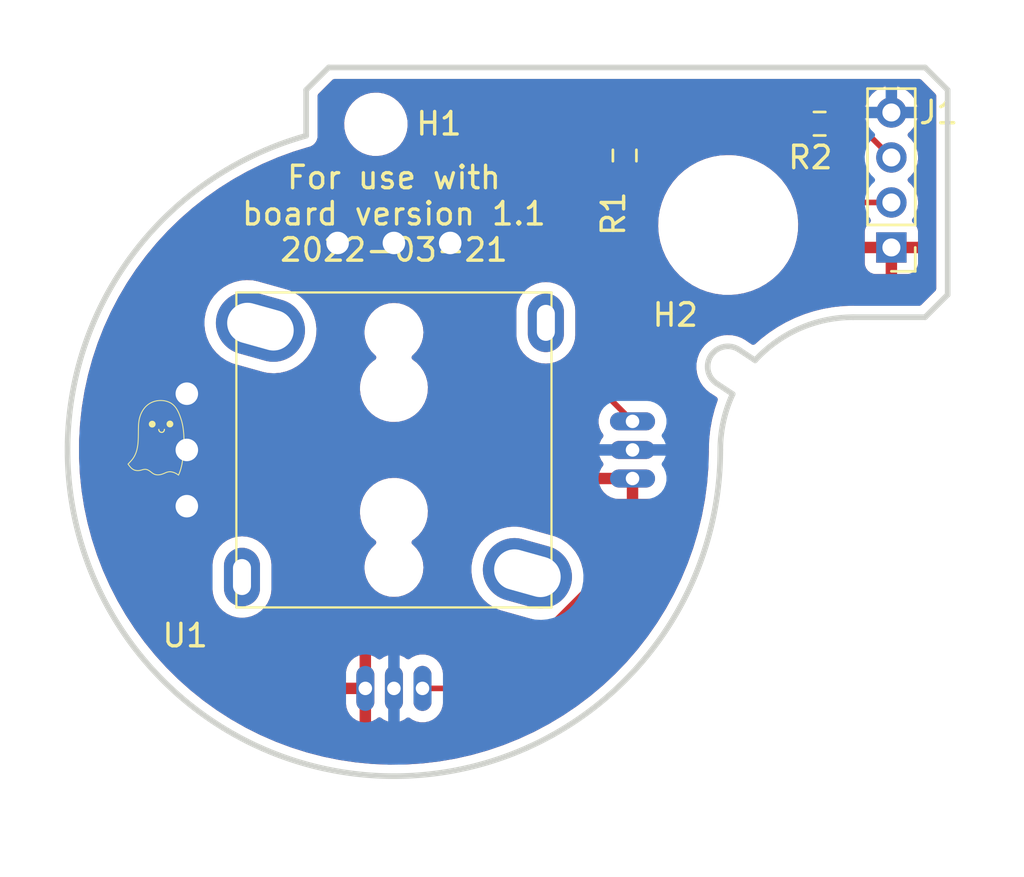
<source format=kicad_pcb>
(kicad_pcb (version 20211014) (generator pcbnew)
  (layers (0 "F.Cu" signal) (31 "B.Cu" signal) (36 "B.SilkS" user "B.Silkscreen") (37 "F.SilkS" user "F.Silkscreen") (38 "B.Mask" user) (39 "F.Mask" user) (44 "Edge.Cuts" user))
  (net 0 "")
  (net 1 "VCC")
  (net 2 "GND")
  (net 3 "/X_Conn")
  (net 4 "/Y_Conn")
  (net 5 "/X_Hall")
  (net 6 "/Y_Hall")
  (footprint "Resistor_SMD:R_0603_1608Metric_Pad0.98x0.95mm_HandSolder" (layer "F.Cu") (at 160.25 86.9125 -90)
    (fp_text reference "R1" (at 2.5875 0.5 90) (layer "F.SilkS"))
    (fp_text value "10k")
    (fp_line (start -0.254724 0.5225) (end 0.254724 0.5225) (layer "F.SilkS") (width 0.12))
    (fp_line (start -0.254724 -0.5225) (end 0.254724 -0.5225) (layer "F.SilkS") (width 0.12))
    (pad "1" smd roundrect (at -0.9125 0 270) (size 0.975 0.95) (layers "F.Cu" "F.Paste" "F.Mask") (net 3 "/X_Conn"))
    (pad "2" smd roundrect (at 0.9125 0 270) (size 0.975 0.95) (layers "F.Cu" "F.Paste" "F.Mask") (net 5 "/X_Hall"))
  )
  (footprint "Gamecube MB:MountingHole_1.8mm" (layer "F.Cu") (at 149.2 85.525)
    (fp_text reference "H1" (at 2.8 -0.025) (layer "F.SilkS"))
    (fp_text value "MountingHole")
    (pad "" np_thru_hole circle locked (at 0 0) (size 1.8 1.8) (drill 1.8) (layers *.Cu *.Mask))
  )
  (footprint "Resistor_SMD:R_0603_1608Metric_Pad0.98x0.95mm_HandSolder" (layer "F.Cu") (at 168.9125 85.5 180)
    (fp_text reference "R2" (at 0.4125 -1.5) (layer "F.SilkS"))
    (fp_text value "10k")
    (fp_line (start -0.254724 -0.5225) (end 0.254724 -0.5225) (layer "F.SilkS") (width 0.12))
    (fp_line (start -0.254724 0.5225) (end 0.254724 0.5225) (layer "F.SilkS") (width 0.12))
    (pad "1" smd roundrect (at -0.9125 0 180) (size 0.975 0.95) (layers "F.Cu" "F.Paste" "F.Mask") (net 4 "/Y_Conn"))
    (pad "2" smd roundrect (at 0.9125 0 180) (size 0.975 0.95) (layers "F.Cu" "F.Paste" "F.Mask") (net 6 "/Y_Hall"))
  )
  (footprint "Gamecube MB:MountingHole_5.2mm" (layer "F.Cu") (at 164.85 90)
    (fp_text reference "H2" (at -2.35 4) (layer "F.SilkS"))
    (fp_text value "MountingHole")
    (pad "" np_thru_hole circle locked (at 0 0) (size 5.2 5.2) (drill 5.2) (layers *.Cu *.Mask))
  )
  (footprint "Gamecube MB:Ghost Logo Small" (layer "F.Cu") (at 139.5 99.5)
    (fp_text reference "G***" hide)
    (fp_text value "LOGO" hide)
    (fp_poly (pts (xy -0.228552 -0.797426) (xy -0.213054 -0.795663) (xy -0.19775 -0.792312) (xy -0.190398 -0.790098) (xy -0.183808 -0.787651) (xy -0.176465 -0.784456) (xy -0.168863 -0.780762) (xy -0.161499 -0.776819) (xy -0.154867 -0.772877) (xy -0.150691 -0.770085) (xy -0.145257 -0.765902) (xy -0.139316 -0.760814) (xy -0.133269 -0.755203) (xy -0.127522 -0.749455) (xy -0.122477 -0.743954) (xy -0.119577 -0.740452) (xy -0.110491 -0.727518) (xy -0.102875 -0.713896) (xy -0.096748 -0.699692) (xy -0.092129 -0.685015) (xy -0.089034 -0.669971) (xy -0.087483 -0.654666) (xy -0.087494 -0.639209) (xy -0.089085 -0.623707) (xy -0.092274 -0.608265) (xy -0.095283 -0.5981) (xy -0.100956 -0.583613) (xy -0.108017 -0.569962) (xy -0.116384 -0.557218) (xy -0.125974 -0.545453) (xy -0.136707 -0.534738) (xy -0.1485 -0.525147) (xy -0.161272 -0.516751) (xy -0.174941 -0.509622) (xy -0.189425 -0.503833) (xy -0.204642 -0.499454) (xy -0.208169 -0.498669) (xy -0.212157 -0.497882) (xy -0.215856 -0.497299) (xy -0.219668 -0.496881) (xy -0.223994 -0.496594) (xy -0.229234 -0.496402) (xy -0.234687 -0.496286) (xy -0.239921 -0.496216) (xy -0.244733 -0.496189) (xy -0.248821 -0.496202) (xy -0.251886 -0.496254) (xy -0.253629 -0.496345) (xy -0.253727 -0.496358) (xy -0.262239 -0.497665) (xy -0.269501 -0.499003) (xy -0.275918 -0.500454) (xy -0.281893 -0.502101) (xy -0.282091 -0.50216) (xy -0.296947 -0.507497) (xy -0.310969 -0.514225) (xy -0.324085 -0.522264) (xy -0.336221 -0.531537) (xy -0.347308 -0.541963) (xy -0.357271 -0.553464) (xy -0.36604 -0.565962) (xy -0.373542 -0.579376) (xy -0.379705 -0.593629) (xy -0.384457 -0.608641) (xy -0.38625 -0.616254) (xy -0.387442 -0.623394) (xy -0.388319 -0.631632) (xy -0.388856 -0.640439) (xy -0.389032 -0.649284) (xy -0.388826 -0.657637) (xy -0.388265 -0.664544) (xy -0.38563 -0.679995) (xy -0.381471 -0.694927) (xy -0.375858 -0.70924) (xy -0.368858 -0.722837) (xy -0.360543 -0.735621) (xy -0.350981 -0.747494) (xy -0.340243 -0.758357) (xy -0.328397 -0.768115) (xy -0.315513 -0.776667) (xy -0.304224 -0.782713) (xy -0.289782 -0.788763) (xy -0.274859 -0.793269) (xy -0.25959 -0.79622) (xy -0.244109 -0.797609)) (layer "F.SilkS") (width 0) (fill solid))
    (fp_poly (pts (xy 0.174722 -1.717897) (xy 0.213711 -1.715729) (xy 0.252502 -1.712057) (xy 0.291025 -1.706884) (xy 0.329213 -1.700214) (xy 0.366998 -1.692052) (xy 0.404312 -1.682401) (xy 0.441086 -1.671266) (xy 0.477252 -1.658651) (xy 0.512742 -1.64456) (xy 0.520699 -1.641155) (xy 0.550845 -1.627229) (xy 0.580169 -1.611953) (xy 0.608685 -1.595312) (xy 0.636409 -1.577292) (xy 0.663359 -1.557879) (xy 0.689549 -1.537057) (xy 0.714995 -1.514813) (xy 0.739714 -1.491133) (xy 0.763722 -1.466001) (xy 0.787033 -1.439403) (xy 0.809664 -1.411325) (xy 0.831632 -1.381752) (xy 0.852951 -1.35067) (xy 0.870186 -1.323684) (xy 0.885328 -1.298504) (xy 0.900202 -1.272346) (xy 0.914841 -1.245143) (xy 0.929274 -1.216828) (xy 0.943531 -1.187333) (xy 0.957645 -1.156592) (xy 0.971646 -1.124537) (xy 0.985564 -1.091101) (xy 0.99943 -1.056216) (xy 1.013276 -1.019816) (xy 1.027131 -0.981833) (xy 1.028179 -0.978897) (xy 1.037234 -0.953289) (xy 1.045656 -0.929027) (xy 1.053497 -0.905949) (xy 1.060811 -0.883893) (xy 1.067646 -0.862699) (xy 1.074057 -0.842202) (xy 1.080093 -0.822243) (xy 1.085807 -0.802658) (xy 1.091251 -0.783287) (xy 1.095232 -0.76863) (xy 1.107594 -0.720217) (xy 1.119137 -0.670395) (xy 1.129861 -0.619199) (xy 1.139761 -0.566663) (xy 1.148834 -0.512819) (xy 1.157078 -0.457701) (xy 1.16449 -0.401344) (xy 1.171066 -0.34378) (xy 1.176804 -0.285042) (xy 1.181701 -0.225165) (xy 1.185755 -0.164183) (xy 1.188961 -0.102127) (xy 1.191317 -0.039033) (xy 1.19282 0.025067) (xy 1.193468 0.090138) (xy 1.193257 0.156148) (xy 1.192184 0.223063) (xy 1.190247 0.290849) (xy 1.189564 0.309605) (xy 1.187243 0.363361) (xy 1.184354 0.41805) (xy 1.180921 0.473387) (xy 1.176966 0.529086) (xy 1.172514 0.584862) (xy 1.167589 0.640431) (xy 1.162215 0.695508) (xy 1.156415 0.749807) (xy 1.150214 0.803044) (xy 1.143991 0.852241) (xy 1.14297 0.86023) (xy 1.141864 0.869276) (xy 1.140742 0.8788) (xy 1.13967 0.888218) (xy 1.138718 0.896951) (xy 1.138202 0.90191) (xy 1.13338 0.945112) (xy 1.127599 0.989319) (xy 1.12091 1.034227) (xy 1.11337 1.079534) (xy 1.105031 1.124935) (xy 1.095948 1.170126) (xy 1.086174 1.214805) (xy 1.075764 1.258668) (xy 1.072443 1.271946) (xy 1.059828 1.319821) (xy 1.046599 1.366222) (xy 1.032732 1.41122) (xy 1.018201 1.454888) (xy 1.002982 1.4973) (xy 0.987049 1.538526) (xy 0.970378 1.578639) (xy 0.957415 1.607952) (xy 0.954078 1.615253) (xy 0.951292 1.621194) (xy 0.94895 1.625939) (xy 0.94695 1.629648) (xy 0.945186 1.632484) (xy 0.943553 1.634609) (xy 0.941947 1.636183) (xy 0.940264 1.63737) (xy 0.938397 1.638331) (xy 0.937506 1.638717) (xy 0.933695 1.639798) (xy 0.929312 1.640294) (xy 0.925287 1.640112) (xy 0.924675 1.64) (xy 0.923016 1.639594) (xy 0.921442 1.63903) (xy 0.919739 1.638166) (xy 0.917691 1.636861) (xy 0.915083 1.634974) (xy 0.911699 1.632365) (xy 0.907325 1.628892) (xy 0.90559 1.627502) (xy 0.885851 1.612396) (xy 0.864763 1.597617) (xy 0.842625 1.583345) (xy 0.819738 1.569761) (xy 0.796401 1.557045) (xy 0.772916 1.545378) (xy 0.757456 1.538329) (xy 0.729487 1.526808) (xy 0.701687 1.51688) (xy 0.674073 1.508547) (xy 0.646665 1.501812) (xy 0.619481 1.496677) (xy 0.592539 1.493146) (xy 0.565859 1.49122) (xy 0.53946 1.490902) (xy 0.513358 1.492195) (xy 0.487575 1.495101) (xy 0.466063 1.498813) (xy 0.454933 1.501169) (xy 0.444336 1.503687) (xy 0.434039 1.506448) (xy 0.423808 1.509532) (xy 0.413409 1.513017) (xy 0.402609 1.516986) (xy 0.391174 1.521516) (xy 0.378871 1.526688) (xy 0.365465 1.532583) (xy 0.359688 1.535185) (xy 0.334483 1.546444) (xy 0.310528 1.556805) (xy 0.287705 1.566309) (xy 0.265901 1.574994) (xy 0.244998 1.582901) (xy 0.224881 1.590069) (xy 0.205435 1.596538) (xy 0.186544 1.602347) (xy 0.168091 1.607536) (xy 0.149961 1.612145) (xy 0.132039 1.616214) (xy 0.114209 1.619781) (xy 0.110928 1.620386) (xy 0.086747 1.624207) (xy 0.062306 1.626938) (xy 0.037875 1.628571) (xy 0.013725 1.629096) (xy -0.009874 1.628503) (xy -0.032651 1.626783) (xy -0.041391 1.625787) (xy -0.066606 1.621919) (xy -0.090975 1.616725) (xy -0.114648 1.610152) (xy -0.137778 1.602149) (xy -0.160515 1.59266) (xy -0.18301 1.581633) (xy -0.205417 1.569014) (xy -0.209024 1.566831) (xy -0.215974 1.562517) (xy -0.222919 1.558056) (xy -0.23 1.553349) (xy -0.237356 1.548294) (xy -0.245125 1.542794) (xy -0.253447 1.536746) (xy -0.26246 1.530052) (xy -0.272304 1.522611) (xy -0.283118 1.514324) (xy -0.295041 1.50509) (xy -0.297035 1.503538) (xy -0.310771 1.49289) (xy -0.323376 1.483229) (xy -0.334973 1.474469) (xy -0.345692 1.466522) (xy -0.355657 1.4593) (xy -0.364996 1.452716) (xy -0.373835 1.446683) (xy -0.3823 1.441114) (xy -0.390519 1.435921) (xy -0.398617 1.431016) (xy -0.406721 1.426314) (xy -0.414958 1.421725) (xy -0.417753 1.420207) (xy -0.43803 1.410008) (xy -0.4581 1.401433) (xy -0.478015 1.39447) (xy -0.497825 1.389107) (xy -0.517582 1.385331) (xy -0.537337 1.383132) (xy -0.55714 1.382496) (xy -0.575835 1.383313) (xy -0.584068 1.384066) (xy -0.592363 1.385029) (xy -0.600868 1.386232) (xy -0.609734 1.387707) (xy -0.619107 1.389485) (xy -0.629137 1.391599) (xy -0.639973 1.394079) (xy -0.651762 1.396957) (xy -0.664654 1.400265) (xy -0.678797 1.404034) (xy -0.69434 1.408296) (xy -0.69661 1.408926) (xy -0.71473 1.413888) (xy -0.731465 1.418296) (xy -0.746981 1.422181) (xy -0.761445 1.425571) (xy -0.775022 1.428495) (xy -0.787878 1.430981) (xy -0.800179 1.43306) (xy -0.81209 1.43476) (xy -0.823777 1.436109) (xy -0.835407 1.437138) (xy -0.847144 1.437874) (xy -0.859155 1.438346) (xy -0.866025 1.438506) (xy -0.894506 1.438338) (xy -0.922087 1.436788) (xy -0.94879 1.433849) (xy -0.974635 1.429517) (xy -0.999644 1.423784) (xy -1.023836 1.416645) (xy -1.047233 1.408095) (xy -1.069855 1.398128) (xy -1.091724 1.386736) (xy -1.11286 1.373916) (xy -1.125734 1.365155) (xy -1.137538 1.356474) (xy -1.149321 1.347191) (xy -1.16115 1.337238) (xy -1.173087 1.326544) (xy -1.185198 1.315043) (xy -1.197548 1.302664) (xy -1.210201 1.28934) (xy -1.223221 1.275002) (xy -1.236673 1.25958) (xy -1.250621 1.243007) (xy -1.265132 1.225213) (xy -1.280267 1.206129) (xy -1.296094 1.185688) (xy -1.303541 1.175919) (xy -1.309429 1.168153) (xy -1.314396 1.161584) (xy -1.318524 1.156093) (xy -1.321898 1.15156) (xy -1.324602 1.147868) (xy -1.326718 1.144897) (xy -1.328331 1.142529) (xy -1.329524 1.140644) (xy -1.330381 1.139125) (xy -1.330985 1.137851) (xy -1.331421 1.136705) (xy -1.331639 1.136017) (xy -1.332429 1.132767) (xy -1.284091 1.132767) (xy -1.283383 1.133706) (xy -1.281856 1.13574) (xy -1.279684 1.138638) (xy -1.277039 1.14217) (xy -1.274396 1.145703) (xy -1.256552 1.169226) (xy -1.239321 1.191253) (xy -1.222676 1.211814) (xy -1.206589 1.23094) (xy -1.191031 1.248661) (xy -1.175975 1.265008) (xy -1.161393 1.280011) (xy -1.147257 1.2937) (xy -1.133539 1.306107) (xy -1.120212 1.317261) (xy -1.109822 1.325295) (xy -1.091988 1.337877) (xy -1.074102 1.34908) (xy -1.055996 1.358968) (xy -1.037506 1.367605) (xy -1.018464 1.375055) (xy -0.998705 1.38138) (xy -0.978062 1.386645) (xy -0.95637 1.390914) (xy -0.933462 1.394249) (xy -0.9284 1.394847) (xy -0.907938 1.396761) (xy -0.887937 1.397782) (xy -0.868166 1.397891) (xy -0.848392 1.39707) (xy -0.828387 1.395302) (xy -0.807918 1.392566) (xy -0.786756 1.388847) (xy -0.764669 1.384124) (xy -0.750832 1.38079) (xy -0.747315 1.37989) (xy -0.742435 1.378613) (xy -0.736429 1.377023) (xy -0.72953 1.375181) (xy -0.721974 1.373151) (xy -0.713995 1.370995) (xy -0.705827 1.368776) (xy -0.700335 1.367277) (xy -0.686817 1.363606) (xy -0.674702 1.360375) (xy -0.66381 1.357543) (xy -0.653961 1.355071) (xy -0.644974 1.352918) (xy -0.636669 1.351042) (xy -0.628866 1.349404) (xy -0.621383 1.347963) (xy -0.614041 1.346679) (xy -0.606659 1.34551) (xy -0.599056 1.344416) (xy -0.5981 1.344285) (xy -0.591951 1.343602) (xy -0.584525 1.343027) (xy -0.57619 1.342567) (xy -0.567313 1.342232) (xy -0.558264 1.342029) (xy -0.549409 1.341968) (xy -0.541118 1.342056) (xy -0.533757 1.342302) (xy -0.528002 1.342686) (xy -0.509077 1.34501) (xy -0.49024 1.34856) (xy -0.471396 1.353373) (xy -0.45245 1.359485) (xy -0.433306 1.366933) (xy -0.41387 1.375754) (xy -0.394046 1.385985) (xy -0.373739 1.397662) (xy -0.354806 1.409546) (xy -0.348645 1.4136) (xy -0.342606 1.417664) (xy -0.336538 1.421848) (xy -0.330293 1.426263) (xy -0.323721 1.431017) (xy -0.316672 1.436221) (xy -0.308996 1.441984) (xy -0.300546 1.448416) (xy -0.29117 1.455626) (xy -0.280719 1.463725) (xy -0.276078 1.467336) (xy -0.263751 1.476903) (xy -0.252568 1.485503) (xy -0.242397 1.493231) (xy -0.233109 1.50018) (xy -0.224575 1.506442) (xy -0.216663 1.512111) (xy -0.209244 1.517279) (xy -0.202188 1.52204) (xy -0.195365 1.526487) (xy -0.188645 1.530712) (xy -0.181898 1.53481) (xy -0.181292 1.535171) (xy -0.159694 1.547138) (xy -0.137685 1.557545) (xy -0.1152 1.566411) (xy -0.092178 1.573754) (xy -0.068554 1.579593) (xy -0.044266 1.583948) (xy -0.01925 1.586837) (xy -0.006576 1.587731) (xy 0.00185 1.58805) (xy 0.011471 1.588154) (xy 0.021842 1.58805) (xy 0.032516 1.587747) (xy 0.04305 1.587256) (xy 0.052996 1.586586) (xy 0.054636 1.586452) (xy 0.072085 1.584685) (xy 0.089707 1.582301) (xy 0.107591 1.579274) (xy 0.125827 1.575574) (xy 0.144506 1.571174) (xy 0.163716 1.566046) (xy 0.183549 1.560163) (xy 0.204092 1.553496) (xy 0.225438 1.546017) (xy 0.247674 1.537699) (xy 0.270891 1.528514) (xy 0.295179 1.518433) (xy 0.320628 1.50743) (xy 0.346157 1.496008) (xy 0.356782 1.491225) (xy 0.366201 1.487086) (xy 0.374684 1.483486) (xy 0.382504 1.480323) (xy 0.38993 1.477491) (xy 0.397233 1.474886) (xy 0.404685 1.472404) (xy 0.412555 1.46994) (xy 0.418463 1.46817) (xy 0.444768 1.461263) (xy 0.471414 1.455975) (xy 0.498393 1.452305) (xy 0.525695 1.450253) (xy 0.553313 1.449819) (xy 0.581238 1.451003) (xy 0.609462 1.453804) (xy 0.637976 1.458223) (xy 0.666772 1.464259) (xy 0.695842 1.471913) (xy 0.697283 1.472333) (xy 0.724002 1.480865) (xy 0.750986 1.490889) (xy 0.778038 1.502308) (xy 0.804964 1.515022) (xy 0.831566 1.528934) (xy 0.857649 1.543947) (xy 0.883016 1.559961) (xy 0.90747 1.576879) (xy 0.90945 1.578318) (xy 0.913304 1.581109) (xy 0.916672 1.583501) (xy 0.919336 1.585345) (xy 0.921084 1.586494) (xy 0.921696 1.586807) (xy 0.92208 1.585997) (xy 0.923027 1.583895) (xy 0.924437 1.580728) (xy 0.926211 1.576719) (xy 0.928247 1.572096) (xy 0.929003 1.570375) (xy 0.945697 1.53086) (xy 0.961751 1.48987) (xy 0.977144 1.447466) (xy 0.991858 1.403706) (xy 1.005876 1.35865) (xy 1.019179 1.312357) (xy 1.031748 1.264887) (xy 1.043566 1.216299) (xy 1.054614 1.166652) (xy 1.057016 1.155223) (xy 1.062752 1.126785) (xy 1.068264 1.097758) (xy 1.073511 1.068407) (xy 1.07845 1.039) (xy 1.08304 1.009802) (xy 1.08724 0.981079) (xy 1.091007 0.953096) (xy 1.0943 0.92612) (xy 1.097077 0.900417) (xy 1.097258 0.898599) (xy 1.097888 0.892522) (xy 1.098694 0.88518) (xy 1.099631 0.876952) (xy 1.100657 0.868213) (xy 1.101726 0.85934) (xy 1.102795 0.85071) (xy 1.103496 0.845205) (xy 1.112981 0.767649) (xy 1.121458 0.690191) (xy 1.128921 0.612932) (xy 1.135365 0.53597) (xy 1.140787 0.459407) (xy 1.145181 0.383342) (xy 1.148542 0.307876) (xy 1.150867 0.233107) (xy 1.15215 0.159137) (xy 1.152386 0.086065) (xy 1.151572 0.013992) (xy 1.149702 -0.056984) (xy 1.147744 -0.106374) (xy 1.144567 -0.166713) (xy 1.140551 -0.226092) (xy 1.1357 -0.284467) (xy 1.130022 -0.341796) (xy 1.123523 -0.398034) (xy 1.116209 -0.453139) (xy 1.108087 -0.507067) (xy 1.099164 -0.559775) (xy 1.089445 -0.61122) (xy 1.078937 -0.661357) (xy 1.067646 -0.710144) (xy 1.055579 -0.757537) (xy 1.046453 -0.790636) (xy 1.041235 -0.808521) (xy 1.035402 -0.82772) (xy 1.029023 -0.848037) (xy 1.022163 -0.869278) (xy 1.014889 -0.891246) (xy 1.007267 -0.913746) (xy 0.999364 -0.936583) (xy 0.991246 -0.959562) (xy 0.98298 -0.982486) (xy 0.974632 -1.00516) (xy 0.966269 -1.027389) (xy 0.963052 -1.035808) (xy 0.947279 -1.075759) (xy 0.931247 -1.114105) (xy 0.914933 -1.150882) (xy 0.898315 -1.186125) (xy 0.881368 -1.219868) (xy 0.86407 -1.252145) (xy 0.846399 -1.282993) (xy 0.828331 -1.312445) (xy 0.809843 -1.340536) (xy 0.790913 -1.367301) (xy 0.771517 -1.392774) (xy 0.751633 -1.416991) (xy 0.731238 -1.439986) (xy 0.710308 -1.461793) (xy 0.688821 -1.482448) (xy 0.666754 -1.501986) (xy 0.644084 -1.52044) (xy 0.641975 -1.522079) (xy 0.616907 -1.540458) (xy 0.590588 -1.557768) (xy 0.563041 -1.573998) (xy 0.534286 -1.589139) (xy 0.504345 -1.60318) (xy 0.473241 -1.616111) (xy 0.440994 -1.627921) (xy 0.407627 -1.638602) (xy 0.373161 -1.648142) (xy 0.371278 -1.648622) (xy 0.335262 -1.657041) (xy 0.299344 -1.663965) (xy 0.263298 -1.669425) (xy 0.226899 -1.673451) (xy 0.189924 -1.676075) (xy 0.163709 -1.67709) (xy 0.123445 -1.677323) (xy 0.08347 -1.675926) (xy 0.043781 -1.672898) (xy 0.004379 -1.66824) (xy -0.034738 -1.661951) (xy -0.073572 -1.654032) (xy -0.112123 -1.644481) (xy -0.1152 -1.643645) (xy -0.151886 -1.63278) (xy -0.18787 -1.620444) (xy -0.223116 -1.606657) (xy -0.257591 -1.591436) (xy -0.291258 -1.5748) (xy -0.324082 -1.556768) (xy -0.356027 -1.537356) (xy -0.387059 -1.516585) (xy -0.417141 -1.494472) (xy -0.443335 -1.473471) (xy -0.462544 -1.45689) (xy -0.481978 -1.439073) (xy -0.501312 -1.420344) (xy -0.520223 -1.40103) (xy -0.538387 -1.381454) (xy -0.555478 -1.361944) (xy -0.560874 -1.35552) (xy -0.585426 -1.324688) (xy -0.608897 -1.292633) (xy -0.631266 -1.259402) (xy -0.652515 -1.225043) (xy -0.672624 -1.189602) (xy -0.691574 -1.153127) (xy -0.709346 -1.115663) (xy -0.725919 -1.07726) (xy -0.741276 -1.037963) (xy -0.755395 -0.997819) (xy -0.768259 -0.956876) (xy -0.779847 -0.915181) (xy -0.79014 -0.87278) (xy -0.799119 -0.829722) (xy -0.806765 -0.786052) (xy -0.81286 -0.743382) (xy -0.81452 -0.729822) (xy -0.81609 -0.715936) (xy -0.817571 -0.701661) (xy -0.818966 -0.686935) (xy -0.820278 -0.671695) (xy -0.821509 -0.655878) (xy -0.822662 -0.639424) (xy -0.82374 -0.622268) (xy -0.824744 -0.604348) (xy -0.825677 -0.585603) (xy -0.826543 -0.565969) (xy -0.827343 -0.545385) (xy -0.82808 -0.523787) (xy -0.828756 -0.501114) (xy -0.829375 -0.477303) (xy -0.829938 -0.452292) (xy -0.830449 -0.426017) (xy -0.830909 -0.398417) (xy -0.831321 -0.36943) (xy -0.831689 -0.338992) (xy -0.832013 -0.307042) (xy -0.832298 -0.273517) (xy -0.832372 -0.26366) (xy -0.832657 -0.228778) (xy -0.832992 -0.195472) (xy -0.833381 -0.163665) (xy -0.833827 -0.13328) (xy -0.834335 -0.104238) (xy -0.834907 -0.076461) (xy -0.835547 -0.049871) (xy -0.836259 -0.024391) (xy -0.837046 0.000058) (xy -0.837912 0.023554) (xy -0.83886 0.046174) (xy -0.839895 0.067997) (xy -0.841019 0.0891) (xy -0.842237 0.109562) (xy -0.843551 0.12946) (xy -0.844966 0.148872) (xy -0.846484 0.167876) (xy -0.848111 0.186551) (xy -0.849848 0.204974) (xy -0.8517 0.223223) (xy -0.853671 0.241376) (xy -0.855763 0.259511) (xy -0.85686 0.268628) (xy -0.863386 0.317407) (xy -0.870913 0.364887) (xy -0.87945 0.411092) (xy -0.889007 0.456049) (xy -0.899592 0.499783) (xy -0.911215 0.542319) (xy -0.923884 0.583683) (xy -0.937609 0.623901) (xy -0.952399 0.662998) (xy -0.968262 0.701) (xy -0.985208 0.737933) (xy -1.003246 0.773821) (xy -1.022385 0.808691) (xy -1.042634 0.842568) (xy -1.064002 0.875477) (xy -1.079591 0.897897) (xy -1.088877 0.910559) (xy -1.099359 0.924248) (xy -1.110987 0.938905) (xy -1.123709 0.954469) (xy -1.137471 0.970883) (xy -1.152222 0.988085) (xy -1.167911 1.006016) (xy -1.184485 1.024618) (xy -1.201893 1.043829) (xy -1.220081 1.06359) (xy -1.239 1.083843) (xy -1.258596 1.104527) (xy -1.270808 1.117277) (xy -1.275785 1.12252) (xy -1.279617 1.12671) (xy -1.28229 1.129829) (xy -1.283785 1.131856) (xy -1.284091 1.132767) (xy -1.332429 1.132767) (xy -1.332529 1.132355) (xy -1.332689 1.129166) (xy -1.332112 1.125684) (xy -1.331485 1.123397) (xy -1.331057 1.122144) (xy -1.330461 1.120873) (xy -1.329579 1.119444) (xy -1.32829 1.117717) (xy -1.326476 1.115552) (xy -1.324018 1.112809) (xy -1.320797 1.109347) (xy -1.316694 1.105026) (xy -1.311591 1.099706) (xy -1.309748 1.097792) (xy -1.288668 1.075779) (xy -1.268433 1.054386) (xy -1.249078 1.033653) (xy -1.230636 1.01362) (xy -1.213144 0.994325) (xy -1.196635 0.975809) (xy -1.181145 0.95811) (xy -1.166708 0.941269) (xy -1.153358 0.925326) (xy -1.141131 0.910319) (xy -1.130061 0.896288) (xy -1.120184 0.883273) (xy -1.113857 0.874592) (xy -1.093401 0.844903) (xy -1.073956 0.814476) (xy -1.055511 0.78327) (xy -1.038051 0.751245) (xy -1.021566 0.718362) (xy -1.006042 0.68458) (xy -0.991467 0.64986) (xy -0.977828 0.61416) (xy -0.965113 0.577443) (xy -0.953309 0.539666) (xy -0.942404 0.50079) (xy -0.932385 0.460776) (xy -0.923239 0.419583) (xy -0.914954 0.37717) (xy -0.907517 0.333499) (xy -0.900917 0.288529) (xy -0.89514 0.242219) (xy -0.890173 0.194531) (xy -0.886215 0.14818) (xy -0.885075 0.132957) (xy -0.884006 0.117874) (xy -0.883005 0.102844) (xy -0.882068 0.087776) (xy -0.881194 0.072582) (xy -0.880379 0.057173) (xy -0.879621 0.041461) (xy -0.878916 0.025355) (xy -0.878263 0.008767) (xy -0.877658 -0.008391) (xy -0.877098 -0.026209) (xy -0.876582 -0.044776) (xy -0.876105 -0.064181) (xy -0.875666 -0.084512) (xy -0.875261 -0.105859) (xy -0.874888 -0.12831) (xy -0.874544 -0.151955) (xy -0.874226 -0.176882) (xy -0.873931 -0.203181) (xy -0.873658 -0.23094) (xy -0.873402 -0.260248) (xy -0.873354 -0.266144) (xy -0.873133 -0.292609) (xy -0.872907 -0.317514) (xy -0.872673 -0.340952) (xy -0.872429 -0.36302) (xy -0.872174 -0.383811) (xy -0.871905 -0.403421) (xy -0.871621 -0.421945) (xy -0.871318 -0.439477) (xy -0.870995 -0.456111) (xy -0.87065 -0.471944) (xy -0.87028 -0.48707) (xy -0.869884 -0.501584) (xy -0.86946 -0.51558) (xy -0.869004 -0.529154) (xy -0.868516 -0.5424) (xy -0.867992 -0.555413) (xy -0.867432 -0.568288) (xy -0.866832 -0.581119) (xy -0.866191 -0.594003) (xy -0.865871 -0.600169) (xy -0.864462 -0.625361) (xy -0.862951 -0.64908) (xy -0.861319 -0.671509) (xy -0.859546 -0.692828) (xy -0.857615 -0.713218) (xy -0.855506 -0.732861) (xy -0.853199 -0.751938) (xy -0.850677 -0.770631) (xy -0.84792 -0.78912) (xy -0.844909 -0.807587) (xy -0.843049 -0.8183) (xy -0.834469 -0.862588) (xy -0.824564 -0.906207) (xy -0.813352 -0.949112) (xy -0.800853 -0.99126) (xy -0.787087 -1.032607) (xy -0.772073 -1.073109) (xy -0.755832 -1.112723) (xy -0.738382 -1.151405) (xy -0.719743 -1.189111) (xy -0.699936 -1.225798) (xy -0.678979 -1.261421) (xy -0.656892 -1.295938) (xy -0.633695 -1.329304) (xy -0.609408 -1.361476) (xy -0.586529 -1.389495) (xy -0.57805 -1.399297) (xy -0.568717 -1.409726) (xy -0.558755 -1.420549) (xy -0.54839 -1.431533) (xy -0.537847 -1.442446) (xy -0.527352 -1.453055) (xy -0.517131 -1.463127) (xy -0.507409 -1.472431) (xy -0.498411 -1.480732) (xy -0.495864 -1.483013) (xy -0.465853 -1.508616) (xy -0.435163 -1.532712) (xy -0.403772 -1.555313) (xy -0.371658 -1.57643) (xy -0.338798 -1.596077) (xy -0.305169 -1.614265) (xy -0.27075 -1.631007) (xy -0.235518 -1.646315) (xy -0.19945 -1.660202) (xy -0.162524 -1.672679) (xy -0.136176 -1.680575) (xy -0.098049 -1.690593) (xy -0.059575 -1.699073) (xy -0.020823 -1.70602) (xy 0.018138 -1.711438) (xy 0.057242 -1.71533) (xy 0.096419 -1.717701) (xy 0.135602 -1.718556)) (layer "F.SilkS") (width 0) (fill solid))
    (fp_poly (pts (xy 0.557845 -0.803998) (xy 0.572801 -0.802411) (xy 0.58752 -0.799365) (xy 0.601882 -0.794879) (xy 0.615769 -0.788974) (xy 0.629062 -0.781671) (xy 0.641644 -0.772989) (xy 0.653395 -0.762948) (xy 0.656602 -0.759814) (xy 0.666969 -0.748232) (xy 0.675966 -0.735808) (xy 0.683577 -0.72266) (xy 0.689783 -0.708902) (xy 0.694566 -0.694651) (xy 0.697909 -0.680021) (xy 0.699793 -0.66513) (xy 0.700201 -0.650092) (xy 0.699114 -0.635024) (xy 0.696516 -0.620042) (xy 0.692388 -0.60526) (xy 0.686711 -0.590795) (xy 0.683666 -0.584456) (xy 0.679103 -0.576005) (xy 0.67443 -0.568491) (xy 0.669329 -0.561479) (xy 0.663481 -0.554536) (xy 0.656567 -0.547229) (xy 0.65566 -0.546316) (xy 0.644356 -0.53597) (xy 0.632544 -0.527122) (xy 0.620016 -0.519641) (xy 0.606565 -0.513395) (xy 0.598572 -0.510396) (xy 0.590819 -0.507896) (xy 0.583555 -0.50599) (xy 0.576336 -0.504605) (xy 0.568721 -0.503669) (xy 0.560266 -0.50311) (xy 0.55257 -0.502886) (xy 0.54697 -0.502831) (xy 0.541566 -0.502853) (xy 0.536712 -0.502943) (xy 0.53276 -0.503095) (xy 0.530061 -0.503303) (xy 0.529805 -0.503336) (xy 0.521104 -0.504821) (xy 0.512018 -0.506867) (xy 0.503374 -0.509279) (xy 0.499719 -0.510475) (xy 0.485269 -0.51633) (xy 0.471692 -0.523534) (xy 0.459054 -0.53199) (xy 0.44742 -0.541601) (xy 0.436856 -0.55227) (xy 0.427428 -0.563903) (xy 0.419202 -0.5764) (xy 0.412242 -0.589667) (xy 0.406615 -0.603607) (xy 0.402387 -0.618123) (xy 0.399622 -0.633118) (xy 0.398388 -0.648496) (xy 0.398465 -0.659358) (xy 0.399945 -0.675214) (xy 0.402959 -0.690572) (xy 0.407452 -0.705346) (xy 0.413368 -0.71945) (xy 0.420649 -0.732797) (xy 0.42924 -0.745301) (xy 0.439082 -0.756876) (xy 0.450121 -0.767436) (xy 0.462299 -0.776893) (xy 0.47556 -0.785162) (xy 0.483635 -0.789336) (xy 0.498006 -0.795349) (xy 0.51273 -0.799802) (xy 0.527691 -0.802714) (xy 0.542768 -0.804106)) (layer "F.SilkS") (width 0) (fill solid))
    (fp_poly (pts (xy 0.312648 -0.439602) (xy 0.318436 -0.437168) (xy 0.322616 -0.434272) (xy 0.324368 -0.432343) (xy 0.326317 -0.429526) (xy 0.327899 -0.4267) (xy 0.329247 -0.423764) (xy 0.330026 -0.42133) (xy 0.330377 -0.418719) (xy 0.330442 -0.41525) (xy 0.330434 -0.414541) (xy 0.330056 -0.407535) (xy 0.329121 -0.399359) (xy 0.327698 -0.390377) (xy 0.325857 -0.380951) (xy 0.323669 -0.371445) (xy 0.321202 -0.362221) (xy 0.319038 -0.355176) (xy 0.313422 -0.340328) (xy 0.306674 -0.326477) (xy 0.298853 -0.313696) (xy 0.290018 -0.302056) (xy 0.280228 -0.291629) (xy 0.269544 -0.282488) (xy 0.258025 -0.274705) (xy 0.24831 -0.269533) (xy 0.23468 -0.26399) (xy 0.220274 -0.259874) (xy 0.205176 -0.257199) (xy 0.189473 -0.255978) (xy 0.17325 -0.256224) (xy 0.166806 -0.25672) (xy 0.151862 -0.2589) (xy 0.137144 -0.262561) (xy 0.122827 -0.267615) (xy 0.109086 -0.273974) (xy 0.096097 -0.281551) (xy 0.084034 -0.290258) (xy 0.073073 -0.300007) (xy 0.066602 -0.306884) (xy 0.056822 -0.319292) (xy 0.048512 -0.332431) (xy 0.041698 -0.346229) (xy 0.036407 -0.360614) (xy 0.032664 -0.375514) (xy 0.030497 -0.390858) (xy 0.029932 -0.406572) (xy 0.029949 -0.407531) (xy 0.030073 -0.412596) (xy 0.030223 -0.416324) (xy 0.030446 -0.419038) (xy 0.030787 -0.421058) (xy 0.031291 -0.422703) (xy 0.032005 -0.424294) (xy 0.03247 -0.425199) (xy 0.035971 -0.430275) (xy 0.040363 -0.434163) (xy 0.045407 -0.436864) (xy 0.050864 -0.438381) (xy 0.056497 -0.438714) (xy 0.062067 -0.437865) (xy 0.067333 -0.435835) (xy 0.072059 -0.432625) (xy 0.076006 -0.428236) (xy 0.077941 -0.424956) (xy 0.078933 -0.422884) (xy 0.079661 -0.421096) (xy 0.080177 -0.419265) (xy 0.080537 -0.417067) (xy 0.080794 -0.414176) (xy 0.081001 -0.410266) (xy 0.081203 -0.405293) (xy 0.081798 -0.395732) (xy 0.082851 -0.38738) (xy 0.084459 -0.379827) (xy 0.086721 -0.372666) (xy 0.089735 -0.365487) (xy 0.091702 -0.361474) (xy 0.098039 -0.350858) (xy 0.10562 -0.341237) (xy 0.114318 -0.332677) (xy 0.124006 -0.325244) (xy 0.134558 -0.319004) (xy 0.145848 -0.314021) (xy 0.157749 -0.310362) (xy 0.170134 -0.308092) (xy 0.182877 -0.307277) (xy 0.194952 -0.307884) (xy 0.2061 -0.309534) (xy 0.216016 -0.31205) (xy 0.224941 -0.315541) (xy 0.233113 -0.320113) (xy 0.240773 -0.325875) (xy 0.246134 -0.330848) (xy 0.253231 -0.338906) (xy 0.259476 -0.348039) (xy 0.264897 -0.358322) (xy 0.269526 -0.369827) (xy 0.27339 -0.382627) (xy 0.276521 -0.396796) (xy 0.278833 -0.411525) (xy 0.279921 -0.41851) (xy 0.281257 -0.424088) (xy 0.282984 -0.428505) (xy 0.285246 -0.432008) (xy 0.288187 -0.434842) (xy 0.291951 -0.437254) (xy 0.294666 -0.438601) (xy 0.300425 -0.440371) (xy 0.306531 -0.440687)) (layer "F.SilkS") (width 0) (fill solid))
  )
  (footprint "Connector_PinHeader_2.00mm:PinHeader_1x04_P2.00mm_Vertical" (layer "F.Cu") (at 172.1 91 180)
    (fp_text reference "J1" (at -2.1 6) (layer "F.SilkS"))
    (fp_text value "Conn_01x04_Male")
    (fp_line (start -1.06 7.06) (end 1.06 7.06) (layer "F.SilkS") (width 0.12))
    (fp_line (start 1.06 1) (end 1.06 7.06) (layer "F.SilkS") (width 0.12))
    (fp_line (start -1.06 1) (end -1.06 7.06) (layer "F.SilkS") (width 0.12))
    (fp_line (start -1.06 1) (end 1.06 1) (layer "F.SilkS") (width 0.12))
    (fp_line (start -1.06 0) (end -1.06 -1.06) (layer "F.SilkS") (width 0.12))
    (fp_line (start -1.06 -1.06) (end 0 -1.06) (layer "F.SilkS") (width 0.12))
    (pad "1" thru_hole rect (at 0 0 180) (size 1.35 1.35) (drill 0.8) (layers *.Cu *.Mask) (net 1 "VCC"))
    (pad "2" thru_hole oval (at 0 2 180) (size 1.35 1.35) (drill 0.8) (layers *.Cu *.Mask) (net 3 "/X_Conn"))
    (pad "3" thru_hole oval (at 0 4 180) (size 1.35 1.35) (drill 0.8) (layers *.Cu *.Mask) (net 4 "/Y_Conn"))
    (pad "4" thru_hole oval (at 0 6 180) (size 1.35 1.35) (drill 0.8) (layers *.Cu *.Mask) (net 2 "GND"))
  )
  (footprint "Gamecube MB:GCC_Stickbox_2" (layer "F.Cu") (at 150 100 180)
    (fp_text reference "U1" (at 9.275 -8.25 180) (layer "F.SilkS"))
    (fp_text value "Stickbox_Assembly")
    (fp_line (start -7 -7) (end 7 -7) (layer "F.SilkS") (width 0.1))
    (fp_line (start -7 -7) (end -7 7) (layer "F.SilkS") (width 0.1))
    (fp_line (start -7 7) (end 7 7) (layer "F.SilkS") (width 0.1))
    (fp_line (start 7 -7) (end 7 7) (layer "F.SilkS") (width 0.1))
    (pad "" thru_hole oval (at -6.75 5.65 180) (size 1.6 2.6) (drill oval 0.8 1.6) (layers *.Cu *.Mask))
    (pad "" thru_hole oval (at -5.93 -5.48 254.4) (size 2.8 4) (drill oval 1.8 3) (layers *.Cu *.Mask))
    (pad "" np_thru_hole circle (at 0 -5.225 180) (size 1.6 1.6) (drill 1.6) (layers *.Cu *.Mask))
    (pad "" np_thru_hole circle (at 0 -2.75 180) (size 2 2) (drill 2) (layers *.Cu *.Mask))
    (pad "" np_thru_hole circle (at 0 5.225 180) (size 1.6 1.6) (drill 1.6) (layers *.Cu *.Mask))
    (pad "" thru_hole oval (at 6.75 -5.65 180) (size 1.6 2.6) (drill oval 0.8 1.6) (layers *.Cu *.Mask))
    (pad "" thru_hole oval (at 5.93 5.48 254.4) (size 2.8 4) (drill oval 1.8 3) (layers *.Cu *.Mask))
    (pad "" np_thru_hole circle (at 0 2.75 180) (size 2 2) (drill 2) (layers *.Cu *.Mask))
    (pad "1" thru_hole oval (at 1.27 -10.6 180) (size 0.8 2) (drill 0.6) (layers *.Cu *.Mask) (net 1 "VCC"))
    (pad "2" thru_hole oval (at 0 -10.6 180) (size 0.8 2) (drill 0.6) (layers *.Cu *.Mask) (net 2 "GND"))
    (pad "3" thru_hole oval (at -1.27 -10.6 180) (size 0.8 2) (drill 0.6) (layers *.Cu *.Mask) (net 5 "/X_Hall"))
    (pad "4" thru_hole oval (at -10.6 -1.27 270) (size 0.8 2) (drill 0.6) (layers *.Cu *.Mask) (net 1 "VCC"))
    (pad "5" thru_hole oval (at -10.6 0 270) (size 0.8 2) (drill 0.6) (layers *.Cu *.Mask) (net 2 "GND"))
    (pad "6" thru_hole oval (at -10.6 1.27 270) (size 0.8 2) (drill 0.6) (layers *.Cu *.Mask) (net 6 "/Y_Hall"))
    (pad "13" thru_hole circle (at -2.5 9.2 180) (size 1.6 1.6) (drill 1) (layers *.Cu *.Mask) (net 2 "GND"))
    (pad "14" thru_hole circle (at 0 9.2 180) (size 1.6 1.6) (drill 1) (layers *.Cu *.Mask) (net 5 "/X_Hall"))
    (pad "15" thru_hole circle (at 2.5 9.2 180) (size 1.6 1.6) (drill 1) (layers *.Cu *.Mask) (net 1 "VCC"))
    (pad "16" thru_hole circle (at 9.2 2.5 90) (size 1.6 1.6) (drill 1) (layers *.Cu *.Mask) (net 2 "GND"))
    (pad "17" thru_hole circle (at 9.2 0 90) (size 1.6 1.6) (drill 1) (layers *.Cu *.Mask) (net 6 "/Y_Hall"))
    (pad "18" thru_hole circle (at 9.2 -2.5 90) (size 1.6 1.6) (drill 1) (layers *.Cu *.Mask) (net 1 "VCC"))
  )
  (gr_line (start 173.6 83) (end 147.1 83) (layer "Edge.Cuts") (width 0.25))
  (gr_arc (start 166.04561 96.018883) (mid 168.020776 94.600991) (end 170.4 94.1) (layer "Edge.Cuts") (width 0.25))
  (gr_line (start 147.1 83) (end 146.1 84) (layer "Edge.Cuts") (width 0.25))
  (gr_line (start 164.347382 97.050563) (end 165.047893 97.517069) (layer "Edge.Cuts") (width 0.25))
  (gr_line (start 174.6 84) (end 173.6 83) (layer "Edge.Cuts") (width 0.25))
  (gr_arc (start 164.347382 97.050563) (mid 164.097149 95.802612) (end 165.3451 95.552378) (layer "Edge.Cuts") (width 0.25))
  (gr_line (start 166.04561 96.018883) (end 165.3451 95.552378) (layer "Edge.Cuts") (width 0.25))
  (gr_line (start 173.6 94.1) (end 174.6 93.1) (layer "Edge.Cuts") (width 0.25))
  (gr_arc (start 164.5 100) (mid 164.638601 98.728669) (end 165.047893 97.517069) (layer "Edge.Cuts") (width 0.25))
  (gr_line (start 170.4 94.1) (end 173.6 94.1) (layer "Edge.Cuts") (width 0.25))
  (gr_arc (start 164.5 100) (mid 141.233587 111.549892) (end 146.1 86.034328) (layer "Edge.Cuts") (width 0.25))
  (gr_line (start 146.1 84) (end 146.1 86.034328) (layer "Edge.Cuts") (width 0.25))
  (gr_line (start 174.6 93.1) (end 174.6 84) (layer "Edge.Cuts") (width 0.25))
  (gr_text "For use with\nboard version 1.1\n2022-03-21" (at 150 89.5) (layer "F.SilkS") (effects (font (size 1 1))))
  (segment (start 170 89) (end 166.75 85.75) (width 0.25) (layer "F.Cu") (net 3))
  (segment (start 172.1 89) (end 170 89) (width 0.25) (layer "F.Cu") (net 3))
  (segment (start 166.75 85.75) (end 160.5 85.75) (width 0.25) (layer "F.Cu") (net 3))
  (segment (start 160.5 85.75) (end 160.25 86) (width 0.25) (layer "F.Cu") (net 3))
  (segment (start 170.6 85.5) (end 169.825 85.5) (width 0.25) (layer "F.Cu") (net 4))
  (segment (start 172.1 87) (end 170.6 85.5) (width 0.25) (layer "F.Cu") (net 4))
  (segment (start 160.25 96) (end 162.5 98.25) (width 0.25) (layer "F.Cu") (net 5))
  (segment (start 162.5 98.25) (end 162.5 102.269911) (width 0.25) (layer "F.Cu") (net 5))
  (segment (start 160.25 87.825) (end 160.25 96) (width 0.25) (layer "F.Cu") (net 5))
  (segment (start 154.169911 110.6) (end 151.27 110.6) (width 0.25) (layer "F.Cu") (net 5))
  (segment (start 162.5 102.269911) (end 154.169911 110.6) (width 0.25) (layer "F.Cu") (net 5))
  (segment (start 159 97.13) (end 160.6 98.73) (width 0.25) (layer "F.Cu") (net 6))
  (segment (start 167.5 85) (end 159.733842 85) (width 0.25) (layer "F.Cu") (net 6))
  (segment (start 159 85.733842) (end 159 97.13) (width 0.25) (layer "F.Cu") (net 6))
  (segment (start 159.733842 85) (end 159 85.733842) (width 0.25) (layer "F.Cu") (net 6))
  (segment (start 168 85.5) (end 167.5 85) (width 0.25) (layer "F.Cu") (net 6))
  (zone (net 1) (net_name "VCC") (layer "F.Cu") (connect_pads (clearance 0.508)) (min_thickness 0.254) (fill yes (thermal_gap 0.508) (thermal_bridge_width 0.508))
    (polygon (pts (xy 176 117) (xy 132.5 117) (xy 132.5 80) (xy 176 80)))
  )
  (zone (net 2) (net_name "GND") (layer "B.Cu") (connect_pads (clearance 0.508)) (min_thickness 0.254) (fill yes (thermal_gap 0.508) (thermal_bridge_width 0.508))
    (polygon (pts (xy 178 119) (xy 134 119) (xy 134 81) (xy 178 81)))
  )
)
</source>
